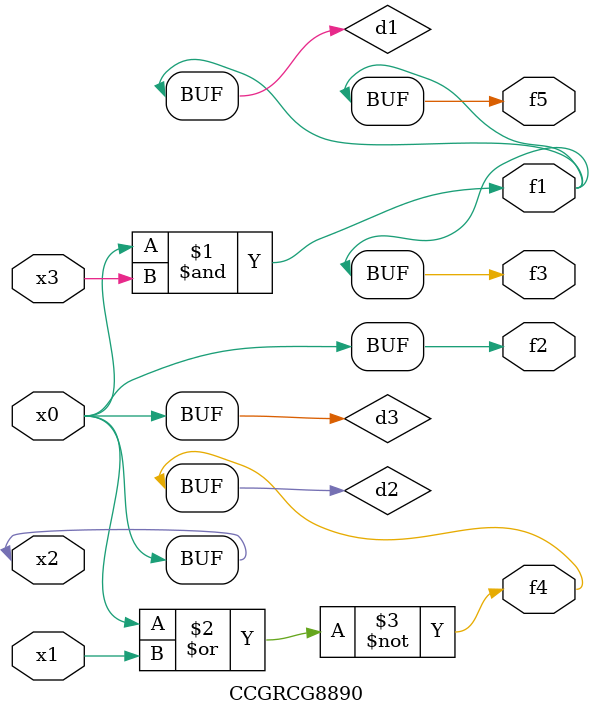
<source format=v>
module CCGRCG8890(
	input x0, x1, x2, x3,
	output f1, f2, f3, f4, f5
);

	wire d1, d2, d3;

	and (d1, x2, x3);
	nor (d2, x0, x1);
	buf (d3, x0, x2);
	assign f1 = d1;
	assign f2 = d3;
	assign f3 = d1;
	assign f4 = d2;
	assign f5 = d1;
endmodule

</source>
